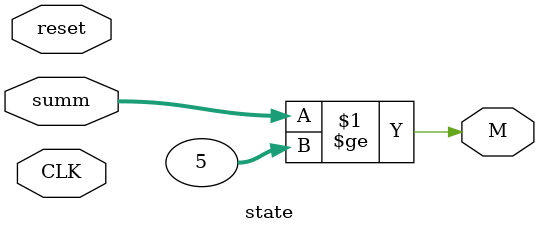
<source format=sv>
  module state
(
input logic CLK,
input logic reset,
input logic [3:0]summ,
output logic M
);
/*
typedef enum logic[0:0] {S0, S1} statetype;


statetype state, nextstate;




always_ff @(posedge CLK, posedge reset)
	if(reset) state <= S0;
	else state <= nextstate;
	
	
always_comb 
	case (state)

	S0: if(summ >= 5)	nextstate = S1;
		else 			nextstate = S0;
	S1: 				nextstate = S0;
	endcase
*/

assign M = 	/*(state == S0) &*/ (summ >= 5);

endmodule 
</source>
